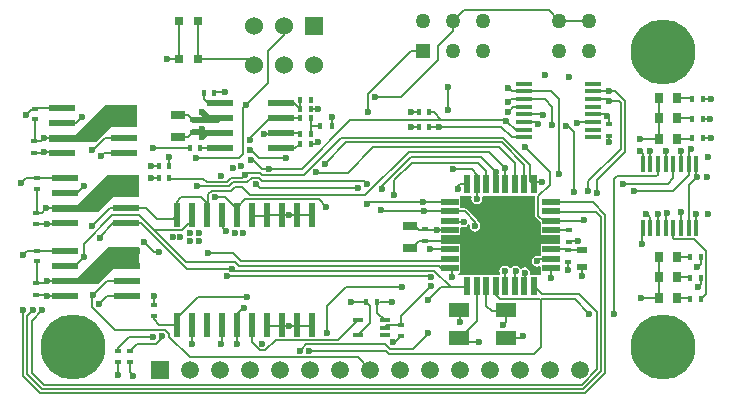
<source format=gtl>
G04*
G04 #@! TF.GenerationSoftware,Altium Limited,Altium Designer,19.1.5 (86)*
G04*
G04 Layer_Physical_Order=1*
G04 Layer_Color=255*
%FSLAX44Y44*%
%MOMM*%
G71*
G01*
G75*
%ADD10C,0.2000*%
%ADD18C,0.5000*%
%ADD20R,0.4500X0.6000*%
%ADD21R,0.6000X0.4500*%
%ADD22R,0.4000X0.6000*%
%ADD23R,0.6000X0.4000*%
%ADD24R,0.6000X2.0000*%
%ADD25R,2.2000X0.6000*%
%ADD26R,0.3500X1.4000*%
%ADD27R,0.7000X0.9000*%
%ADD28R,1.8000X1.2000*%
%ADD29R,0.5500X1.5000*%
%ADD30R,1.5000X0.5500*%
%ADD31R,0.9000X0.5000*%
%ADD32R,1.3000X0.8000*%
%ADD33R,0.8500X0.4000*%
%ADD34R,1.4000X0.4500*%
%ADD35R,0.7500X0.7000*%
%ADD54C,1.5000*%
%ADD55R,1.5000X1.5000*%
%ADD56C,1.2700*%
%ADD57R,1.2700X1.2700*%
%ADD58R,1.5240X1.5240*%
%ADD59C,1.5240*%
%ADD60C,5.5000*%
%ADD61C,0.6000*%
G36*
X105992Y254894D02*
Y236606D01*
X84148D01*
X71194Y223652D01*
X32078D01*
Y229494D01*
X53414D01*
X79068Y255148D01*
X105738D01*
X105992Y254894D01*
D02*
G37*
G36*
X443451Y177583D02*
Y161388D01*
X443646Y160403D01*
X444204Y159568D01*
X447996Y155777D01*
Y144506D01*
X464000D01*
Y137054D01*
X447996D01*
Y127353D01*
X447360D01*
X446375Y127158D01*
X446278Y127093D01*
X445262Y127295D01*
X443497Y126944D01*
X442000Y125944D01*
X441001Y124447D01*
X440649Y122682D01*
X441001Y120917D01*
X442000Y119420D01*
X443497Y118420D01*
X445262Y118069D01*
X446726Y118361D01*
X447996Y117657D01*
Y112506D01*
X448578D01*
Y110661D01*
X446294D01*
Y110804D01*
X439855D01*
X438813Y112074D01*
X438953Y112776D01*
X438601Y114541D01*
X437602Y116038D01*
X436105Y117037D01*
X434340Y117389D01*
X432575Y117037D01*
X432000Y116653D01*
X431035Y116096D01*
X430372Y116977D01*
X429982Y117562D01*
X428485Y118561D01*
X426720Y118913D01*
X424955Y118561D01*
X423458Y117562D01*
X422959Y116814D01*
X421448Y116840D01*
X420889Y117677D01*
X419392Y118677D01*
X417627Y119028D01*
X415862Y118677D01*
X414366Y117677D01*
X413366Y116180D01*
X413015Y114415D01*
X413366Y112650D01*
X413751Y112074D01*
X413072Y110804D01*
X381746D01*
Y110661D01*
X378183D01*
X377838Y111236D01*
X378558Y112506D01*
X380044D01*
Y120506D01*
Y128506D01*
Y137054D01*
X363654D01*
Y144506D01*
X380044D01*
Y151029D01*
X381314Y151733D01*
X382778Y151441D01*
X384543Y151792D01*
X386040Y152792D01*
X386838Y153988D01*
X388035Y153492D01*
X387817Y152400D01*
X388168Y150635D01*
X389168Y149138D01*
X390665Y148139D01*
X392430Y147787D01*
X394195Y148139D01*
X395692Y149138D01*
X396692Y150635D01*
X397043Y152400D01*
X396692Y154165D01*
X395692Y155662D01*
X394966Y156147D01*
X394808Y156941D01*
X394250Y157776D01*
X385426Y166600D01*
X384591Y167158D01*
X383606Y167353D01*
X380044D01*
Y177054D01*
X380044D01*
X380083Y178308D01*
X389104D01*
X389768Y177263D01*
X389748Y177038D01*
X389407Y175326D01*
X389758Y173561D01*
X390758Y172064D01*
X392255Y171064D01*
X394020Y170713D01*
X395785Y171064D01*
X397282Y172064D01*
X398282Y173561D01*
X398633Y175326D01*
X398292Y177038D01*
X398272Y177263D01*
X398936Y178308D01*
X442855D01*
X443451Y177583D01*
D02*
G37*
G36*
X108204Y195646D02*
Y177358D01*
X86360D01*
X73406Y164404D01*
X34290D01*
Y170246D01*
X55626D01*
X81280Y195900D01*
X107950D01*
X108204Y195646D01*
D02*
G37*
G36*
Y134278D02*
Y115990D01*
X86360D01*
X73406Y103036D01*
X34290D01*
Y108878D01*
X55626D01*
X81280Y134532D01*
X107950D01*
X108204Y134278D01*
D02*
G37*
D10*
X344678Y139506D02*
X369746D01*
X332000Y133756D02*
X338928D01*
X216154Y161514D02*
X234980D01*
X254150D02*
X254254D01*
X234980D02*
X254150D01*
Y67818D02*
X254508D01*
X235204D02*
X254150D01*
X216408D02*
X235204D01*
X150199Y154991D02*
X152550D01*
X144208Y149000D02*
X150199Y154991D01*
X120688Y149000D02*
X144208D01*
X152550Y154991D02*
Y161902D01*
X108144Y161544D02*
X120688Y149000D01*
X147562Y122126D01*
X166000Y129460D02*
X187757D01*
X147562Y122126D02*
X189344D01*
X192738Y118732D01*
X187757Y129460D02*
X194027Y123190D01*
X120840Y130366D02*
X125000D01*
X112268Y138938D02*
X120840Y130366D01*
X354312Y110000D02*
X355346Y108966D01*
X182524Y110000D02*
X354312D01*
X158005Y92000D02*
X199000D01*
X148372Y116332D02*
X186944D01*
X188516Y114760D01*
X192738Y118732D02*
X197752D01*
X194027Y123190D02*
X369430D01*
X197752Y118732D02*
X197844Y118824D01*
X361908D01*
X110018Y154686D02*
X148372Y116332D01*
X188516Y114760D02*
X190963D01*
X191055Y114668D01*
X199435D01*
X199527Y114760D01*
X358000D01*
X138685Y72680D02*
X158005Y92000D01*
X409956Y101844D02*
X410020Y101908D01*
X244162Y230890D02*
X244674Y230378D01*
X139954Y68514D02*
Y68902D01*
X138685Y68833D02*
Y72680D01*
X265000Y205000D02*
X283314Y223314D01*
X414988D01*
X258524Y197476D02*
X284598D01*
X258000Y198000D02*
X258524Y197476D01*
X284598D02*
X306372Y219250D01*
X190754Y68514D02*
Y77754D01*
X211844Y190968D02*
X298276D01*
X210000Y185000D02*
X292999D01*
X190754Y77754D02*
X196000Y83000D01*
X197000D01*
X190650Y77650D02*
X190754Y77754D01*
X190650Y68902D02*
Y77650D01*
X203708Y67818D02*
Y68902D01*
X276626Y56378D02*
X293296Y73048D01*
X223592Y56378D02*
X276626D01*
X214690Y47476D02*
X223592Y56378D01*
X210114Y47476D02*
X214690D01*
X203350Y54240D02*
X210114Y47476D01*
X203350Y54240D02*
Y68902D01*
X463804Y325882D02*
X489204D01*
X349000Y165568D02*
X349788Y164780D01*
X312232D02*
X349788D01*
X249711Y52524D02*
X316346D01*
X245709Y48521D02*
X249711Y52524D01*
X316346D02*
X320292Y48578D01*
X293175Y41476D02*
X303650Y31000D01*
X150707Y41476D02*
X293175D01*
X251999Y47000D02*
X316886D01*
X245709Y47267D02*
Y48521D01*
X244000Y47000D02*
X245441D01*
X245709Y47267D01*
X316886Y47000D02*
X319690Y44196D01*
X133320Y58863D02*
X150707Y41476D01*
X133320Y58863D02*
Y61375D01*
X139954Y161514D02*
Y172974D01*
X165354Y162006D02*
X166476Y163128D01*
X202309Y178524D02*
X299580D01*
X336146Y215090D01*
X194909Y185924D02*
X202309Y178524D01*
X165354Y162006D02*
Y171958D01*
X165250Y161902D02*
X165354Y162006D01*
X189091Y185924D02*
X194909D01*
X185691Y182524D02*
X189091Y185924D01*
X174288Y182524D02*
X185691D01*
X174288Y182524D02*
X174288Y182524D01*
X169712Y182524D02*
X174288D01*
X166476Y179288D02*
X169712Y182524D01*
X166476Y163128D02*
Y179288D01*
X187631Y189448D02*
X199470D01*
X203546Y193524D01*
X157388Y186048D02*
X175748D01*
X184231Y186048D02*
X187631Y189448D01*
X175748Y186048D02*
X184231D01*
X175748Y186048D02*
X175748Y186048D01*
X157000Y186436D02*
X157388Y186048D01*
X165412Y189572D02*
X177207D01*
X182771Y189572D02*
X186171Y192972D01*
X177208Y189572D02*
X182771D01*
X177207Y189572D02*
X177208Y189572D01*
X162460Y192524D02*
X165412Y189572D01*
X195182Y192972D02*
X198044Y195834D01*
X186171Y192972D02*
X195182D01*
X209288Y193524D02*
X211844Y190968D01*
X212299Y195497D02*
X247313D01*
X210748Y197048D02*
X212299Y195497D01*
X203546Y193524D02*
X209288D01*
X207000Y188000D02*
X210000Y185000D01*
X198044Y195834D02*
X199258Y197048D01*
X210748D01*
X217825Y201021D02*
X245709D01*
X211983D02*
X217825D01*
X172000Y177000D02*
X180860D01*
X190650Y167210D01*
X133932Y192524D02*
X162460D01*
X160528Y176784D02*
X165354Y171958D01*
X133432Y192024D02*
X133932Y192524D01*
X198034Y175000D02*
X260000D01*
X190650Y167617D02*
X198034Y175000D01*
X178800Y150782D02*
X181706Y147876D01*
X178800Y150782D02*
Y156454D01*
X176372Y158882D02*
X178800Y156454D01*
X90218Y46500D02*
Y49124D01*
Y46124D02*
Y46500D01*
X358000Y114760D02*
X371742Y101018D01*
X85410Y161544D02*
X108144D01*
X108017Y154686D02*
X110018D01*
X191008Y161902D02*
Y165511D01*
X190754Y161514D02*
Y161902D01*
X190650Y167210D02*
Y167617D01*
Y161902D02*
Y167210D01*
X260000Y175000D02*
X266000Y169000D01*
X247313Y195497D02*
X278716Y226900D01*
X298276Y190968D02*
X301244Y188000D01*
X209550Y209804D02*
X232410D01*
X336146Y215090D02*
X381246D01*
X344815Y149506D02*
X359494D01*
X332000Y152756D02*
X341565D01*
X160110Y230890D02*
X164450D01*
X159000Y232000D02*
X160110Y230890D01*
X446024Y177583D02*
X455978Y187537D01*
X446024Y161388D02*
Y177583D01*
Y161388D02*
X450632Y156780D01*
X457020D01*
X347980Y172750D02*
X370990D01*
X347980D02*
X348107Y172877D01*
X348999Y165000D02*
Y165567D01*
X349000Y165568D01*
X359494Y149506D02*
X360000Y149000D01*
X370800D01*
X371020Y148780D01*
X354220Y132780D02*
X371020D01*
X354000Y133000D02*
X354220Y132780D01*
X394020Y187780D02*
Y195980D01*
X389534Y200466D02*
X394020Y195980D01*
X374000Y200466D02*
X389534D01*
X395141Y205990D02*
X402020Y199111D01*
X338671Y205990D02*
X395141D01*
X324086Y191404D02*
X338671Y205990D01*
X371742Y101018D02*
X386274D01*
X97062Y155970D02*
X97358Y155935D01*
X108017Y154686D01*
X86106D02*
X97062Y155970D01*
X369746Y139506D02*
X371020Y140780D01*
X419516Y145796D02*
X426720Y153000D01*
X399796Y145796D02*
X419516D01*
X399796Y129762D02*
X420386D01*
X399796D02*
Y145796D01*
X471616Y148780D02*
X471632Y148764D01*
X457020Y148780D02*
X471616D01*
X472868Y140000D02*
X479999D01*
X471632Y138764D02*
X472868Y140000D01*
X27299Y18000D02*
X482627D01*
X17048Y28251D02*
X27299Y18000D01*
X17048Y28251D02*
Y72048D01*
X10000Y25332D02*
Y81000D01*
X24380Y10952D02*
X485546D01*
X10000Y25332D02*
X24380Y10952D01*
X13524Y26792D02*
Y76524D01*
X25840Y14476D02*
X484086D01*
X13524Y26792D02*
X25840Y14476D01*
X471520Y132353D02*
X481504D01*
X471093Y132780D02*
X471520Y132353D01*
X457020Y132780D02*
X471093D01*
X313000Y165548D02*
Y166116D01*
X312232Y164780D02*
X313000Y165548D01*
X353688Y236474D02*
X362000D01*
X414528D01*
X338928Y133756D02*
X344678Y139506D01*
X341565Y152756D02*
X344815Y149506D01*
X344678D02*
X344815D01*
X329692Y68508D02*
Y75946D01*
X355092Y101346D01*
X174590Y242000D02*
X176180Y243590D01*
X201676Y216916D02*
X202438D01*
X202000Y225000D02*
Y226830D01*
X195882Y213662D02*
Y252524D01*
X213614Y230632D02*
X227922D01*
X202438Y208534D02*
X204470D01*
X155956Y210058D02*
X192278D01*
X133000Y211026D02*
X133500Y210526D01*
X149500Y246500D02*
X154000Y242000D01*
X141932Y246500D02*
X149432D01*
X149500Y227500D02*
X154000Y232000D01*
X141932Y227500D02*
X149432D01*
X202000Y226830D02*
X218760Y243590D01*
X228180D01*
X195882Y252524D02*
X198628Y255270D01*
X257556Y221996D02*
X259588Y224028D01*
X253166Y221996D02*
X257556D01*
X253166Y237000D02*
Y243586D01*
Y230378D02*
Y237000D01*
X261000D01*
X132000Y294000D02*
X141750D01*
Y326000D01*
X158250Y294000D02*
Y326000D01*
Y294000D02*
X200580D01*
X205600Y288980D01*
X12296Y246512D02*
X17558Y251774D01*
X54320Y239400D02*
X59766Y244846D01*
X78000Y214000D02*
X95000D01*
X76000Y212000D02*
X78000Y214000D01*
X361000Y293000D02*
Y305092D01*
X329620Y261620D02*
X361000Y293000D01*
X307594Y261620D02*
X329620D01*
X361000Y305092D02*
X373634Y317726D01*
Y325700D01*
X454686Y335000D02*
X463804Y325882D01*
X382934Y335000D02*
X454686D01*
X373634Y325700D02*
X382934Y335000D01*
X574000Y218000D02*
X574999D01*
X573324Y217324D02*
X574000Y218000D01*
X573324Y205000D02*
Y217324D01*
Y151000D02*
Y187324D01*
X580000Y194000D01*
X579824Y194176D02*
Y205000D01*
Y194176D02*
X580000Y194000D01*
X579824Y151000D02*
Y162244D01*
X190650Y53029D02*
X191055Y52625D01*
X190650Y53029D02*
Y68902D01*
X152550Y53564D02*
X153114Y53000D01*
X152550Y53564D02*
Y68902D01*
X177000Y53000D02*
X177950Y53950D01*
Y68902D01*
X100000Y28762D02*
X102902Y25860D01*
X100000Y28762D02*
Y37500D01*
X106125Y52625D02*
X122288D01*
X100000Y46500D02*
X106125Y52625D01*
X583500Y90424D02*
X588000Y94924D01*
Y104110D01*
X588024Y104135D01*
Y130976D01*
X577524Y141476D02*
X588024Y130976D01*
X561172Y141476D02*
X577524D01*
X560324Y142324D02*
X561172Y141476D01*
X560324Y142324D02*
Y151000D01*
X579824D02*
X580162Y150662D01*
X566824Y205000D02*
Y217066D01*
X271000Y237000D02*
Y244475D01*
X418780Y57580D02*
X431605D01*
X433000Y58975D01*
X379280Y57080D02*
X394020Y71820D01*
X379280Y57080D02*
X382056Y54304D01*
X378780Y57580D02*
X379280Y57080D01*
X382056Y54304D02*
X396000D01*
X505454Y223376D02*
X505460Y223382D01*
Y229000D01*
Y239000D02*
Y244160D01*
X504000Y245620D02*
X505460Y244160D01*
X502680Y246940D02*
X504000Y245620D01*
X492542Y246940D02*
X502680D01*
X17048Y72048D02*
X26000Y81000D01*
X484086Y14476D02*
X499332Y29722D01*
X485546Y10952D02*
X502856Y28262D01*
X499332Y29722D02*
Y160052D01*
X502856Y28262D02*
Y162151D01*
X13524Y76524D02*
X18000Y81000D01*
X13500Y131500D02*
X21481D01*
X10000Y128000D02*
X13500Y131500D01*
X369778Y251000D02*
X369824Y251046D01*
Y270000D01*
X364000Y242268D02*
X417878D01*
X286956D02*
X364000D01*
X357602Y248666D02*
X364000Y242268D01*
X353688Y248666D02*
X357602D01*
X338000D02*
X344688D01*
X417878Y242268D02*
X418338Y241808D01*
X337960Y236474D02*
X344688D01*
X302070Y248666D02*
Y263908D01*
X278716Y226900D02*
X416386D01*
X306372Y219250D02*
X412943D01*
X416386Y226900D02*
X439294Y203992D01*
Y190506D02*
Y203992D01*
Y190506D02*
X442020Y187780D01*
X414988Y223314D02*
X434020Y204282D01*
X412943Y219250D02*
X426020Y206173D01*
Y187780D02*
Y206173D01*
X118000Y192786D02*
X124500D01*
X118000Y203000D02*
Y203000D01*
X124500D01*
X133500D02*
Y210526D01*
X143837Y176784D02*
X160528D01*
X143005Y175952D02*
X143837Y176784D01*
X142932Y175952D02*
X143005D01*
X139954Y172974D02*
X142932Y175952D01*
X457962Y237744D02*
Y253440D01*
X363952Y116780D02*
X371020D01*
X361908Y118824D02*
X363952Y116780D01*
X267000Y62230D02*
Y84658D01*
X282926Y100584D01*
X309800Y79044D02*
Y87884D01*
Y79044D02*
X315796Y73048D01*
X299800Y87884D02*
X303276Y84408D01*
X323202Y54304D02*
X324488D01*
X329692Y59508D01*
Y68508D02*
X329692Y68508D01*
X317756Y68508D02*
X329692D01*
X315796Y66548D02*
X317756Y68508D01*
X120396Y73367D02*
Y76367D01*
X120396Y85367D02*
Y93000D01*
X28480Y104426D02*
X30308Y106254D01*
X21104Y104426D02*
X28480D01*
X21104D02*
X21481Y104803D01*
X29518Y94426D02*
X30390Y93554D01*
X21104Y94426D02*
X29518D01*
X21481Y104803D02*
Y122500D01*
X21635Y131654D02*
X45356D01*
X21481Y131500D02*
X21635Y131654D01*
X21104Y163882D02*
X25960D01*
X29464Y167386D01*
X21176Y153810D02*
X30000D01*
X21104Y153882D02*
X21176Y153810D01*
X21104Y163882D02*
X21299Y164077D01*
Y183968D01*
X8000Y189000D02*
X11968Y192968D01*
X21299D01*
X21481Y192786D01*
X45212D01*
X26978Y214080D02*
X27744Y214846D01*
X19396Y214080D02*
X26978D01*
X19396Y224080D02*
X24532D01*
X19396D02*
X19595Y224279D01*
Y242774D01*
X17558Y251774D02*
X19595D01*
X19921Y252100D02*
X43000D01*
X19595Y251774D02*
X19921Y252100D01*
X43000Y239400D02*
X54320D01*
X583500Y120467D02*
Y126238D01*
X580595Y117562D02*
X583500Y120467D01*
X580595Y117562D02*
X581366D01*
X583500Y103014D02*
Y108204D01*
X581000Y100514D02*
X583500Y103014D01*
X90218Y49124D02*
X99513Y58419D01*
X338462Y300300D02*
X348234D01*
X302070Y263908D02*
X338462Y300300D01*
X27152Y226700D02*
X43000D01*
X24532Y224080D02*
X27152Y226700D01*
X27744Y214846D02*
X42154D01*
X43000Y214000D01*
X44336Y153810D02*
X45212Y154686D01*
X30000Y153810D02*
X44336D01*
X42658Y227042D02*
X43000Y226700D01*
X319690Y44196D02*
X442214D01*
X339916Y48578D02*
X352552Y61214D01*
X320292Y48578D02*
X339916D01*
X447906Y90424D02*
X476936D01*
X447906Y49888D02*
Y90424D01*
X442214Y44196D02*
X447906Y49888D01*
X492227Y172780D02*
X502856Y162151D01*
X457160Y164640D02*
X494744D01*
X457020Y164780D02*
X457160Y164640D01*
X494744D02*
X499332Y160052D01*
X483932Y156780D02*
X484378Y157226D01*
X476936Y90424D02*
X488950Y78410D01*
X495808Y31181D02*
Y79746D01*
X480812Y94742D02*
X495808Y79746D01*
X482627Y18000D02*
X495808Y31181D01*
X394020Y71820D02*
Y101780D01*
X416552Y68826D02*
X418780Y71054D01*
X406537Y80580D02*
X418780D01*
X231000Y314302D02*
Y322000D01*
X217180Y300482D02*
X231000Y314302D01*
X256400Y322000D02*
Y326504D01*
X253166Y251206D02*
X259080D01*
X244166D02*
Y258826D01*
X239082Y256290D02*
X244166Y251206D01*
X228180Y256290D02*
X239082D01*
X166112D02*
X176180D01*
X162632Y259770D02*
X166112Y256290D01*
X162632Y259770D02*
Y265430D01*
X371746Y156054D02*
X382778D01*
X383606Y164780D02*
X392430Y155956D01*
X371020Y156780D02*
X371746Y156054D01*
X371020Y164780D02*
X383606D01*
X392430Y152400D02*
Y155956D01*
X426841Y233940D02*
X433542D01*
X418973Y241808D02*
X426841Y233940D01*
X504554Y259940D02*
X506176Y258318D01*
X492542Y259940D02*
X504554D01*
X513983Y258318D02*
X515620Y256681D01*
X506176Y258318D02*
X513983D01*
X352806Y89662D02*
Y90170D01*
X363654Y101018D01*
X371742D01*
X369430Y123190D02*
X371020Y124780D01*
X245709Y201021D02*
X286956Y242268D01*
X414528Y236474D02*
X423562Y227440D01*
X420116Y249428D02*
X420878D01*
X424890Y253440D01*
X433542D01*
X204470Y208534D02*
X211983Y201021D01*
X192278Y210058D02*
X195882Y213662D01*
X198628Y255270D02*
X217180Y273822D01*
X29464Y167386D02*
X45212D01*
X30390Y93554D02*
X45356D01*
X30308Y106254D02*
X45356D01*
X532130Y215900D02*
X534324Y213706D01*
Y205000D02*
Y213706D01*
X532638Y91186D02*
X548250D01*
X531830Y226522D02*
X548252D01*
X321686Y172750D02*
X347980D01*
X321655Y172780D02*
X321686Y172750D01*
X534162Y150838D02*
X534324Y151000D01*
X534162Y137414D02*
Y150838D01*
X548250Y91186D02*
Y108966D01*
Y126238D01*
X573098Y91186D02*
X573860Y90424D01*
X563250Y91186D02*
X573098D01*
Y108966D02*
X573860Y108204D01*
X563250Y108966D02*
X573098D01*
X573858Y126238D02*
X573858Y126238D01*
X563250Y126238D02*
X573858D01*
X510464Y78410D02*
Y192456D01*
X512572Y194564D01*
X202438Y216916D02*
X209550Y209804D01*
X120138Y218190D02*
X150996D01*
X120013Y218315D02*
X120138Y218190D01*
X337960Y211026D02*
X397581D01*
X381342Y215186D02*
X404574D01*
X381246Y215090D02*
X381342Y215186D01*
X423562Y227440D02*
X433542D01*
X418338Y241808D02*
X418973D01*
X434848Y219202D02*
Y219710D01*
Y219202D02*
X456184Y197866D01*
X370990Y172750D02*
X371020Y172780D01*
X349788Y164780D02*
X371020D01*
X348010Y172974D02*
X348107Y172877D01*
X171632Y265430D02*
X171886Y265684D01*
X180594D01*
X227922Y230632D02*
X228180Y230890D01*
X217180Y273822D02*
Y300482D01*
X301244Y171064D02*
X302959Y172780D01*
X321655D01*
X324086Y178544D02*
Y191404D01*
X313389Y186454D02*
X337960Y211026D01*
X313389Y183533D02*
Y186454D01*
X171632Y265430D02*
Y266374D01*
X203672Y160782D02*
X215422D01*
X216154Y161514D01*
X123156Y158181D02*
X136621D01*
X113951Y167386D02*
X123156Y158181D01*
X136621D02*
X139954Y161514D01*
X404574Y215186D02*
X418020Y201740D01*
X397581Y211026D02*
X410020Y198587D01*
X402020Y187780D02*
Y199111D01*
X476504Y181178D02*
Y232312D01*
X471326Y237490D02*
X476504Y232312D01*
X517652Y188468D02*
X555752D01*
X527050Y181732D02*
X559684D01*
X547324Y195834D02*
Y205000D01*
X546054Y194564D02*
X547324Y195834D01*
X512572Y194564D02*
X546054D01*
X519684Y215392D02*
Y258364D01*
X495554Y191262D02*
X519684Y215392D01*
X495554Y180086D02*
Y191262D01*
X487934Y182372D02*
Y190246D01*
X515620Y217932D02*
Y256681D01*
X487934Y190246D02*
X515620Y217932D01*
X573324Y195372D02*
Y205000D01*
X559684Y181732D02*
X573324Y195372D01*
X566674Y151150D02*
Y164338D01*
Y151150D02*
X566824Y151000D01*
X553824D02*
Y162664D01*
X554990Y163830D01*
X560324Y193040D02*
Y205000D01*
X555752Y188468D02*
X560324Y193040D01*
X447360Y124780D02*
X457020D01*
X445262Y122682D02*
X447360Y124780D01*
X463502Y196802D02*
Y259890D01*
X463296Y196596D02*
X463502Y196802D01*
X444852Y240440D02*
X446024Y239268D01*
X457020Y172780D02*
X492227D01*
X456952Y266440D02*
X463502Y259890D01*
X469646Y237490D02*
X471326D01*
X456184Y189550D02*
Y197866D01*
X455978Y189344D02*
X456184Y189550D01*
X455978Y187537D02*
Y189344D01*
X457020Y156780D02*
X483932D01*
X540824Y151000D02*
Y159708D01*
X537464Y163068D02*
X540824Y159708D01*
X511810Y266238D02*
X519684Y258364D01*
X511810Y266238D02*
Y266446D01*
X505460D02*
X511810D01*
X487934Y182118D02*
Y182372D01*
X487426Y181610D02*
X487934Y182118D01*
X449528Y246940D02*
X450088Y246380D01*
X433542Y246940D02*
X449528D01*
X451462Y259940D02*
X457962Y253440D01*
X433542Y259940D02*
X451462D01*
X433542Y266440D02*
X456952D01*
X433542Y240440D02*
X444852D01*
X479454D02*
X492542D01*
X478790Y239776D02*
X479454Y240440D01*
X422892Y259940D02*
X433542D01*
X420141Y257189D02*
X422892Y259940D01*
X423424Y266440D02*
X433542D01*
X420624Y269240D02*
X423424Y266440D01*
X492542D02*
X505454D01*
X505460Y266446D01*
X534324Y151000D02*
X534670Y150654D01*
X547324Y151000D02*
X547370Y151046D01*
Y163068D01*
X540824Y205000D02*
Y216466D01*
X566824Y217066D02*
X566928Y217170D01*
X553824Y205000D02*
Y216512D01*
X553974Y216662D01*
X548252Y243525D02*
Y260528D01*
Y226522D02*
Y243525D01*
X575819Y226522D02*
X576322Y227025D01*
X563252Y226522D02*
X575819D01*
X585322Y227025D02*
X592023D01*
X585322Y243434D02*
X591668D01*
X576231Y243525D02*
X576322Y243434D01*
X563252Y243525D02*
X576231D01*
X585322Y259842D02*
X592074D01*
X575636Y260528D02*
X576322Y259842D01*
X563252Y260528D02*
X575636D01*
X418780Y71054D02*
Y80580D01*
X378206Y183896D02*
Y186436D01*
X99513Y58419D02*
X119888D01*
X127526Y57863D02*
Y58975D01*
X129926Y64769D02*
X133320Y61375D01*
X87311Y64769D02*
X129926D01*
X124930Y68833D02*
X138685D01*
X122288Y52625D02*
X127526Y57863D01*
X68120Y83960D02*
X87311Y64769D01*
X120396Y73367D02*
X124930Y68833D01*
X97212Y167386D02*
X113951D01*
X159996Y218190D02*
X176180D01*
X90218Y26638D02*
Y37124D01*
X68120Y83960D02*
Y93520D01*
X176372Y158882D02*
X178308Y160818D01*
X204200Y28851D02*
Y30242D01*
X413894Y90424D02*
X447802D01*
X401574Y102226D02*
X402020Y101780D01*
X409956Y101844D02*
X410020Y101780D01*
X409956Y101972D02*
X410020Y101908D01*
X394020Y175326D02*
Y187780D01*
X240360Y218190D02*
X244166Y221996D01*
X228180Y218190D02*
X240360D01*
X287274Y87884D02*
X299800D01*
X311800D02*
X322072D01*
X203672Y160782D02*
X203708Y160818D01*
X471520Y115367D02*
Y122353D01*
X483421Y110584D02*
Y117407D01*
X410020Y187780D02*
Y198587D01*
X418020Y187780D02*
Y201740D01*
X282926Y100584D02*
X330454D01*
X244162Y243590D02*
X244166Y243586D01*
X228180Y243590D02*
X244162D01*
X228180Y230890D02*
X244162D01*
X371020Y116780D02*
X373126Y114674D01*
Y108966D02*
Y114674D01*
X68072Y152400D02*
X83058Y167386D01*
X97212D01*
X303276Y70028D02*
Y84408D01*
X293296Y60048D02*
X303276Y70028D01*
X378206Y186436D02*
X379550Y187780D01*
X443978Y189738D02*
X449160D01*
X442020Y187780D02*
X443978Y189738D01*
X379550Y187780D02*
X386020D01*
X402020Y85097D02*
X406537Y80580D01*
X402020Y85097D02*
Y101780D01*
X378780Y80580D02*
X379730Y79630D01*
Y70850D02*
Y79630D01*
X352552Y61214D02*
Y62230D01*
X74676Y143256D02*
X86106Y154686D01*
X74676Y142494D02*
Y143256D01*
X60960Y137094D02*
X85410Y161544D01*
X60960Y125984D02*
Y137094D01*
X417627Y102173D02*
Y114415D01*
X426020Y113600D02*
X426720Y114300D01*
X434340Y102100D02*
Y112776D01*
X68120Y93520D02*
X68580Y93980D01*
X434020Y187780D02*
Y204282D01*
X78814Y226700D02*
X95000D01*
X68908Y216794D02*
X78814Y226700D01*
X68400Y216794D02*
X68908D01*
X80854Y106254D02*
X97356D01*
X68580Y93980D02*
X80854Y106254D01*
X73914Y86360D02*
X81108Y93554D01*
X97356D01*
X55118Y180086D02*
X61468Y186436D01*
X45356Y118954D02*
X53930D01*
X60960Y125984D01*
X45212Y180086D02*
X55118D01*
X449058Y94742D02*
X480812D01*
X442020Y101780D02*
X449058Y94742D01*
X42042Y213042D02*
X43000Y214000D01*
X44228Y92426D02*
X45356Y93554D01*
X45184Y106426D02*
X45356Y106254D01*
X410020Y94298D02*
X413894Y90424D01*
X410020Y94298D02*
Y101780D01*
X457020Y108278D02*
Y116780D01*
X434020Y101780D02*
X434340Y102100D01*
X426020Y101780D02*
Y113600D01*
X417627Y102173D02*
X418020Y101780D01*
D18*
X161000Y248666D02*
X166076Y243590D01*
X161000Y242000D02*
X174590D01*
X154000D02*
X161000D01*
X166076Y243590D02*
X176180D01*
X161000Y227440D02*
X164450Y230890D01*
X173000D01*
X154000Y232000D02*
X159000D01*
D20*
X261000Y237000D02*
D03*
X271000D02*
D03*
X309800Y87884D02*
D03*
X299800D02*
D03*
D21*
X505460Y229000D02*
D03*
Y239000D02*
D03*
X21104Y104426D02*
D03*
Y94426D02*
D03*
Y163882D02*
D03*
Y153882D02*
D03*
X19396Y224080D02*
D03*
Y214080D02*
D03*
X471632Y148764D02*
D03*
Y138764D02*
D03*
X471520Y132353D02*
D03*
Y122353D02*
D03*
X154000Y232000D02*
D03*
Y242000D02*
D03*
X350000Y149730D02*
D03*
Y139730D02*
D03*
D22*
X344688Y248666D02*
D03*
X353688D02*
D03*
X344688Y236474D02*
D03*
X353688D02*
D03*
X133500Y203000D02*
D03*
X124500D02*
D03*
X133500Y192786D02*
D03*
X124500D02*
D03*
X576322Y259842D02*
D03*
X585322D02*
D03*
X576322Y227025D02*
D03*
X585322D02*
D03*
X576322Y243434D02*
D03*
X585322D02*
D03*
X583500Y90424D02*
D03*
X574500D02*
D03*
X583500Y126238D02*
D03*
X574500D02*
D03*
X583500Y108204D02*
D03*
X574500D02*
D03*
X159996Y218190D02*
D03*
X150996D02*
D03*
X162632Y265430D02*
D03*
X171632D02*
D03*
X244166Y258826D02*
D03*
X253166D02*
D03*
Y251206D02*
D03*
X244166D02*
D03*
X253166Y243586D02*
D03*
X244166D02*
D03*
X253166Y230378D02*
D03*
X244166D02*
D03*
Y221996D02*
D03*
X253166D02*
D03*
D23*
X100000Y37500D02*
D03*
Y46500D02*
D03*
X90218Y37500D02*
D03*
Y46500D02*
D03*
X329692Y59508D02*
D03*
Y68508D02*
D03*
X120396Y85367D02*
D03*
Y76367D02*
D03*
X21481Y122500D02*
D03*
Y131500D02*
D03*
X21299Y183968D02*
D03*
Y192968D02*
D03*
X19595Y242774D02*
D03*
Y251774D02*
D03*
D24*
X139850Y68902D02*
D03*
X152550D02*
D03*
X165250D02*
D03*
X177950D02*
D03*
X190650D02*
D03*
X203350D02*
D03*
X216050D02*
D03*
X228750D02*
D03*
X241450D02*
D03*
X254150D02*
D03*
Y161902D02*
D03*
X241450D02*
D03*
X228750D02*
D03*
X216050D02*
D03*
X203350D02*
D03*
X190650D02*
D03*
X177950D02*
D03*
X165250D02*
D03*
X152550D02*
D03*
X139850D02*
D03*
D25*
X228180Y218190D02*
D03*
Y230890D02*
D03*
Y256290D02*
D03*
X176180Y218190D02*
D03*
Y230890D02*
D03*
Y256290D02*
D03*
X228180Y243590D02*
D03*
X176180D02*
D03*
X45356Y118954D02*
D03*
X97356D02*
D03*
X45356Y131654D02*
D03*
Y106254D02*
D03*
Y93554D02*
D03*
X97356Y131654D02*
D03*
Y106254D02*
D03*
Y93554D02*
D03*
X97212Y154686D02*
D03*
Y167386D02*
D03*
Y192786D02*
D03*
X45212Y154686D02*
D03*
Y167386D02*
D03*
Y192786D02*
D03*
X97212Y180086D02*
D03*
X45212D02*
D03*
X95000Y214000D02*
D03*
Y226700D02*
D03*
Y252100D02*
D03*
X43000Y214000D02*
D03*
Y226700D02*
D03*
Y252100D02*
D03*
X95000Y239400D02*
D03*
X43000D02*
D03*
D26*
X579824Y205000D02*
D03*
X573324D02*
D03*
X566824D02*
D03*
X560324D02*
D03*
X553824D02*
D03*
X547324D02*
D03*
X540824D02*
D03*
X534324D02*
D03*
X579824Y151000D02*
D03*
X573324D02*
D03*
X566824D02*
D03*
X560324D02*
D03*
X553824D02*
D03*
X547324D02*
D03*
X540824D02*
D03*
X534324D02*
D03*
D27*
X548250Y108966D02*
D03*
X563250D02*
D03*
X548250Y126238D02*
D03*
X563250D02*
D03*
X548250Y91186D02*
D03*
X563250D02*
D03*
X563252Y226522D02*
D03*
X548252D02*
D03*
X563252Y260528D02*
D03*
X548252D02*
D03*
X563252Y243525D02*
D03*
X548252D02*
D03*
D28*
X378780Y81580D02*
D03*
X418780D02*
D03*
Y57580D02*
D03*
X378780D02*
D03*
D29*
X386020Y187780D02*
D03*
X394020D02*
D03*
X402020D02*
D03*
X410020D02*
D03*
X418020D02*
D03*
X426020D02*
D03*
X434020D02*
D03*
X442020D02*
D03*
Y101780D02*
D03*
X434020D02*
D03*
X426020D02*
D03*
X418020D02*
D03*
X410020D02*
D03*
X402020D02*
D03*
X394020D02*
D03*
X386020D02*
D03*
D30*
X457020Y172780D02*
D03*
Y164780D02*
D03*
Y156780D02*
D03*
Y148780D02*
D03*
Y140780D02*
D03*
Y132780D02*
D03*
Y124780D02*
D03*
Y116780D02*
D03*
X371020D02*
D03*
Y124780D02*
D03*
Y132780D02*
D03*
Y140780D02*
D03*
Y148780D02*
D03*
Y156780D02*
D03*
Y164780D02*
D03*
Y172780D02*
D03*
D31*
X483421Y117407D02*
D03*
Y132407D02*
D03*
D32*
X141364Y227500D02*
D03*
Y246500D02*
D03*
X337000Y152500D02*
D03*
Y133500D02*
D03*
D33*
X315796Y60048D02*
D03*
Y66548D02*
D03*
Y73048D02*
D03*
X293296D02*
D03*
Y60048D02*
D03*
D34*
X433542Y272940D02*
D03*
Y266440D02*
D03*
Y259940D02*
D03*
Y253440D02*
D03*
Y246940D02*
D03*
Y240440D02*
D03*
Y233940D02*
D03*
Y227440D02*
D03*
X492542Y272940D02*
D03*
Y266440D02*
D03*
Y259940D02*
D03*
Y253440D02*
D03*
Y246940D02*
D03*
Y240440D02*
D03*
Y233940D02*
D03*
Y227440D02*
D03*
D35*
X158250Y326000D02*
D03*
Y294000D02*
D03*
X141750D02*
D03*
Y326000D02*
D03*
D54*
X379851Y31000D02*
D03*
X354450D02*
D03*
X405251D02*
D03*
X430650D02*
D03*
X456050D02*
D03*
X481451D02*
D03*
X278251D02*
D03*
X252850D02*
D03*
X303650D02*
D03*
X329050D02*
D03*
X227451D02*
D03*
X202050D02*
D03*
X151250D02*
D03*
X176651D02*
D03*
D55*
X125850D02*
D03*
D56*
X489204Y300300D02*
D03*
Y325700D02*
D03*
X463804Y300300D02*
D03*
Y325700D02*
D03*
X399034Y300300D02*
D03*
Y325700D02*
D03*
X373634Y300300D02*
D03*
Y325700D02*
D03*
X348234D02*
D03*
D57*
Y300300D02*
D03*
D58*
X256400Y322000D02*
D03*
D59*
X231000D02*
D03*
X205600D02*
D03*
X256400Y288980D02*
D03*
X231000D02*
D03*
X205600D02*
D03*
D60*
X552000Y50000D02*
D03*
Y300000D02*
D03*
X52000Y50000D02*
D03*
D61*
X194000Y203000D02*
D03*
X187330Y201900D02*
D03*
X151198Y140049D02*
D03*
Y146802D02*
D03*
X136764Y143000D02*
D03*
X143000D02*
D03*
X196228Y146812D02*
D03*
X159004Y139996D02*
D03*
Y146558D02*
D03*
X166000Y129460D02*
D03*
X125000Y130366D02*
D03*
X182524Y110000D02*
D03*
X199000Y92000D02*
D03*
X186944Y116332D02*
D03*
X265000Y205000D02*
D03*
X258000Y198000D02*
D03*
X197000Y83000D02*
D03*
X251999Y47000D02*
D03*
X244000D02*
D03*
X177500Y195096D02*
D03*
X207000Y188000D02*
D03*
X198044Y195834D02*
D03*
X217825Y201021D02*
D03*
X172000Y177000D02*
D03*
X157000Y186436D02*
D03*
X181706Y147876D02*
D03*
X266000Y169000D02*
D03*
X292999Y185000D02*
D03*
X232410Y209804D02*
D03*
X301244Y188000D02*
D03*
X161000Y234380D02*
D03*
Y242000D02*
D03*
Y248666D02*
D03*
X348999Y165000D02*
D03*
X360000Y149000D02*
D03*
X354000Y133000D02*
D03*
X374000Y200466D02*
D03*
X426720Y153000D02*
D03*
X420386Y129762D02*
D03*
X399796D02*
D03*
X404000Y115367D02*
D03*
X479999Y140000D02*
D03*
X313000Y166116D02*
D03*
X362000Y236474D02*
D03*
X161000Y227440D02*
D03*
X201676Y216916D02*
D03*
X202000Y225000D02*
D03*
X213614Y230632D02*
D03*
X202438Y208534D02*
D03*
X155956Y210058D02*
D03*
X133000Y211026D02*
D03*
X132000Y294000D02*
D03*
X12296Y246512D02*
D03*
X59766Y244846D02*
D03*
X76000Y212000D02*
D03*
X590000Y211328D02*
D03*
X574999Y218000D02*
D03*
X589000Y194000D02*
D03*
X580000D02*
D03*
X590000Y162244D02*
D03*
X579824D02*
D03*
X191055Y52625D02*
D03*
X212402Y53000D02*
D03*
X153114D02*
D03*
X177000D02*
D03*
X452000Y280000D02*
D03*
X271000Y244475D02*
D03*
X433000Y58975D02*
D03*
X396000Y54304D02*
D03*
X505454Y223376D02*
D03*
X504000Y245620D02*
D03*
X26000Y81000D02*
D03*
X18000D02*
D03*
X10000Y81000D02*
D03*
Y128000D02*
D03*
X369778Y251000D02*
D03*
X369824Y270000D02*
D03*
X338000Y248666D02*
D03*
X337960Y236474D02*
D03*
X302070Y248666D02*
D03*
X118000Y192786D02*
D03*
Y203000D02*
D03*
X472000Y279000D02*
D03*
X120396Y93000D02*
D03*
X580595Y117562D02*
D03*
X581000Y100514D02*
D03*
X102902Y25860D02*
D03*
X8000Y189000D02*
D03*
X27152Y226700D02*
D03*
X27744Y214846D02*
D03*
X30000Y153810D02*
D03*
X267000Y62230D02*
D03*
X484378Y157226D02*
D03*
X488950Y78410D02*
D03*
X259080Y251206D02*
D03*
X382778Y156054D02*
D03*
X506176Y258318D02*
D03*
X352806Y89662D02*
D03*
X355092Y101346D02*
D03*
X355346Y108966D02*
D03*
X420116Y249428D02*
D03*
X198628Y255270D02*
D03*
X29464Y167386D02*
D03*
X30390Y93554D02*
D03*
X30308Y106254D02*
D03*
X532130Y215900D02*
D03*
X532638Y91186D02*
D03*
X531830Y226522D02*
D03*
X534162Y137414D02*
D03*
X120013Y218315D02*
D03*
X112268Y138938D02*
D03*
X307594Y261620D02*
D03*
X418338Y241808D02*
D03*
X434848Y219710D02*
D03*
X348010Y172974D02*
D03*
X180594Y265684D02*
D03*
X301244Y171064D02*
D03*
X234980Y161514D02*
D03*
X259588Y224028D02*
D03*
X324086Y178544D02*
D03*
X313389Y183533D02*
D03*
X517652Y188468D02*
D03*
X527050Y181732D02*
D03*
X566674Y164338D02*
D03*
X554990Y163830D02*
D03*
X445262Y122682D02*
D03*
X446024Y239268D02*
D03*
X463296Y196596D02*
D03*
X476504Y181178D02*
D03*
X457708Y237744D02*
D03*
X469646Y237490D02*
D03*
X537464Y163068D02*
D03*
X495554Y180086D02*
D03*
X487934Y182372D02*
D03*
X450088Y246380D02*
D03*
X478790Y239776D02*
D03*
X420141Y257189D02*
D03*
X420624Y269240D02*
D03*
X505460Y266446D02*
D03*
X547370Y163068D02*
D03*
X540824Y216000D02*
D03*
X566928D02*
D03*
X553974D02*
D03*
X592023Y227025D02*
D03*
X591668Y243434D02*
D03*
X592074Y259842D02*
D03*
X416306Y69072D02*
D03*
X378206Y183896D02*
D03*
X189230Y146812D02*
D03*
X119888Y58419D02*
D03*
X127526Y58975D02*
D03*
X90218Y26638D02*
D03*
X394020Y175326D02*
D03*
X323202Y54304D02*
D03*
X287274Y87884D02*
D03*
X322072D02*
D03*
X235204Y67818D02*
D03*
X471520Y115367D02*
D03*
X483421Y110584D02*
D03*
X410020Y198587D02*
D03*
X418020Y201740D02*
D03*
X330454Y100584D02*
D03*
X373126Y108966D02*
D03*
X449160Y189738D02*
D03*
X392430Y152400D02*
D03*
X399796Y145796D02*
D03*
X379730Y70850D02*
D03*
X352552Y62230D02*
D03*
X74676Y142494D02*
D03*
X417627Y114415D02*
D03*
X426720Y114300D02*
D03*
X434340Y112776D02*
D03*
X68400Y216794D02*
D03*
X68072Y152400D02*
D03*
X68580Y93980D02*
D03*
X73914Y86360D02*
D03*
X60960Y125984D02*
D03*
X61468Y186436D02*
D03*
X510464Y78410D02*
D03*
X457020Y108278D02*
D03*
M02*

</source>
